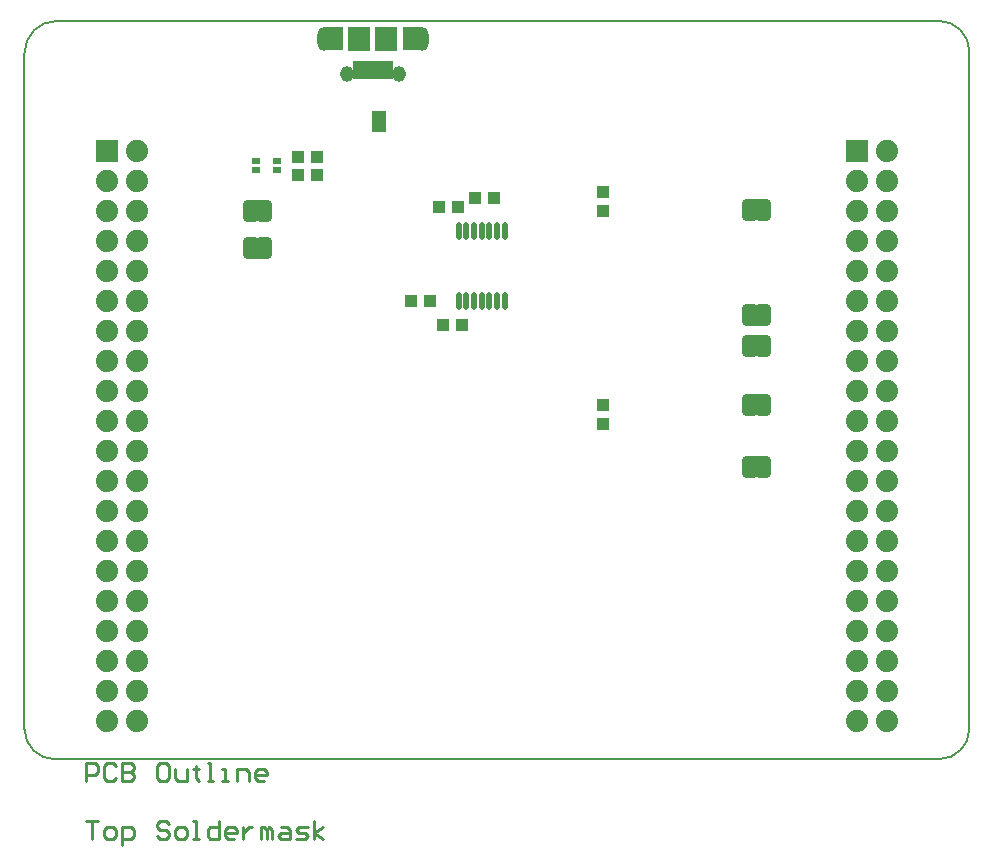
<source format=gts>
G04*
G04 #@! TF.GenerationSoftware,Altium Limited,Altium Designer,25.8.1 (18)*
G04*
G04 Layer_Color=8388736*
%FSLAX24Y24*%
%MOIN*%
G70*
G04*
G04 #@! TF.SameCoordinates,09999318-E88C-4F9F-A6D3-71EC491E3F06*
G04*
G04*
G04 #@! TF.FilePolarity,Negative*
G04*
G01*
G75*
%ADD15C,0.0079*%
%ADD16C,0.0100*%
%ADD17C,0.0050*%
%ADD25R,0.0434X0.0394*%
%ADD26R,0.0394X0.0434*%
%ADD27R,0.0296X0.0217*%
%ADD28R,0.0197X0.0572*%
%ADD29R,0.0749X0.0788*%
G04:AMPARAMS|DCode=30|XSize=70.9mil|YSize=55.1mil|CornerRadius=13.4mil|HoleSize=0mil|Usage=FLASHONLY|Rotation=270.000|XOffset=0mil|YOffset=0mil|HoleType=Round|Shape=RoundedRectangle|*
%AMROUNDEDRECTD30*
21,1,0.0709,0.0283,0,0,270.0*
21,1,0.0441,0.0551,0,0,270.0*
1,1,0.0268,-0.0142,-0.0220*
1,1,0.0268,-0.0142,0.0220*
1,1,0.0268,0.0142,0.0220*
1,1,0.0268,0.0142,-0.0220*
%
%ADD30ROUNDEDRECTD30*%
%ADD31O,0.0217X0.0591*%
%ADD32R,0.0119X0.0306*%
%ADD33C,0.0740*%
%ADD34R,0.0740X0.0740*%
G04:AMPARAMS|DCode=35|XSize=43.4mil|YSize=78.8mil|CornerRadius=21.7mil|HoleSize=0mil|Usage=FLASHONLY|Rotation=180.000|XOffset=0mil|YOffset=0mil|HoleType=Round|Shape=RoundedRectangle|*
%AMROUNDEDRECTD35*
21,1,0.0434,0.0354,0,0,180.0*
21,1,0.0000,0.0788,0,0,180.0*
1,1,0.0434,0.0000,0.0177*
1,1,0.0434,0.0000,0.0177*
1,1,0.0434,0.0000,-0.0177*
1,1,0.0434,0.0000,-0.0177*
%
%ADD35ROUNDEDRECTD35*%
G04:AMPARAMS|DCode=36|XSize=45.3mil|YSize=53.2mil|CornerRadius=22.7mil|HoleSize=0mil|Usage=FLASHONLY|Rotation=180.000|XOffset=0mil|YOffset=0mil|HoleType=Round|Shape=RoundedRectangle|*
%AMROUNDEDRECTD36*
21,1,0.0453,0.0079,0,0,180.0*
21,1,0.0000,0.0532,0,0,180.0*
1,1,0.0453,0.0000,0.0039*
1,1,0.0453,0.0000,0.0039*
1,1,0.0453,0.0000,-0.0039*
1,1,0.0453,0.0000,-0.0039*
%
%ADD36ROUNDEDRECTD36*%
G36*
X13262Y24409D02*
X13266Y24408D01*
X13269Y24406D01*
X13272Y24404D01*
X13275Y24401D01*
X13276Y24397D01*
X13278Y24394D01*
X13278Y24390D01*
Y23642D01*
X13278Y23638D01*
X13276Y23634D01*
X13275Y23631D01*
X13272Y23628D01*
X13269Y23625D01*
X13266Y23623D01*
X13262Y23622D01*
X13258Y23622D01*
X12638D01*
X12634Y23622D01*
X12630Y23623D01*
X12627Y23625D01*
X12624Y23628D01*
X12621Y23631D01*
X12619Y23634D01*
X12618Y23638D01*
X12618Y23642D01*
Y24390D01*
X12618Y24394D01*
X12619Y24397D01*
X12621Y24401D01*
X12624Y24404D01*
X12627Y24406D01*
X12630Y24408D01*
X12634Y24409D01*
X12638Y24410D01*
X13258D01*
X13262Y24409D01*
D02*
G37*
G36*
X10594D02*
X10598Y24408D01*
X10602Y24406D01*
X10605Y24404D01*
X10607Y24401D01*
X10609Y24397D01*
X10610Y24394D01*
X10611Y24390D01*
Y23642D01*
X10610Y23638D01*
X10609Y23634D01*
X10607Y23631D01*
X10605Y23628D01*
X10602Y23625D01*
X10598Y23623D01*
X10594Y23622D01*
X10591Y23622D01*
X9970D01*
X9967Y23622D01*
X9963Y23623D01*
X9959Y23625D01*
X9956Y23628D01*
X9954Y23631D01*
X9952Y23634D01*
X9951Y23638D01*
X9950Y23642D01*
Y24390D01*
X9951Y24394D01*
X9952Y24397D01*
X9954Y24401D01*
X9956Y24404D01*
X9959Y24406D01*
X9963Y24408D01*
X9967Y24409D01*
X9970Y24410D01*
X10591D01*
X10594Y24409D01*
D02*
G37*
G36*
X12283Y22657D02*
X10945D01*
Y23268D01*
X12283D01*
Y22657D01*
D02*
G37*
G36*
X12047Y20913D02*
X11575D01*
Y21606D01*
X12047D01*
Y20913D01*
D02*
G37*
D15*
X24213Y15108D02*
X24606D01*
X24213Y14478D02*
X24606D01*
X7579Y17973D02*
X7972D01*
X7579Y18603D02*
X7972D01*
X7579Y16713D02*
X7972D01*
X7579Y17343D02*
X7972D01*
X24213Y10059D02*
X24606D01*
X24213Y9429D02*
X24606D01*
X24213Y12126D02*
X24606D01*
X24213Y11496D02*
X24606D01*
X24213Y14094D02*
X24606D01*
X24213Y13465D02*
X24606D01*
X24213Y18622D02*
X24606D01*
X24213Y17992D02*
X24606D01*
D16*
X2069Y-2069D02*
X2462D01*
X2265D01*
Y-2659D01*
X2757D02*
X2954D01*
X3052Y-2560D01*
Y-2364D01*
X2954Y-2265D01*
X2757D01*
X2659Y-2364D01*
Y-2560D01*
X2757Y-2659D01*
X3249Y-2856D02*
Y-2265D01*
X3544D01*
X3643Y-2364D01*
Y-2560D01*
X3544Y-2659D01*
X3249D01*
X4824Y-2167D02*
X4725Y-2069D01*
X4528D01*
X4430Y-2167D01*
Y-2265D01*
X4528Y-2364D01*
X4725D01*
X4824Y-2462D01*
Y-2560D01*
X4725Y-2659D01*
X4528D01*
X4430Y-2560D01*
X5119Y-2659D02*
X5315D01*
X5414Y-2560D01*
Y-2364D01*
X5315Y-2265D01*
X5119D01*
X5020Y-2364D01*
Y-2560D01*
X5119Y-2659D01*
X5611D02*
X5807D01*
X5709D01*
Y-2069D01*
X5611D01*
X6496D02*
Y-2659D01*
X6201D01*
X6103Y-2560D01*
Y-2364D01*
X6201Y-2265D01*
X6496D01*
X6988Y-2659D02*
X6791D01*
X6693Y-2560D01*
Y-2364D01*
X6791Y-2265D01*
X6988D01*
X7087Y-2364D01*
Y-2462D01*
X6693D01*
X7283Y-2265D02*
Y-2659D01*
Y-2462D01*
X7382Y-2364D01*
X7480Y-2265D01*
X7579D01*
X7874Y-2659D02*
Y-2265D01*
X7972D01*
X8070Y-2364D01*
Y-2659D01*
Y-2364D01*
X8169Y-2265D01*
X8267Y-2364D01*
Y-2659D01*
X8562Y-2265D02*
X8759D01*
X8858Y-2364D01*
Y-2659D01*
X8562D01*
X8464Y-2560D01*
X8562Y-2462D01*
X8858D01*
X9054Y-2659D02*
X9350D01*
X9448Y-2560D01*
X9350Y-2462D01*
X9153D01*
X9054Y-2364D01*
X9153Y-2265D01*
X9448D01*
X9645Y-2659D02*
Y-2069D01*
Y-2462D02*
X9940Y-2265D01*
X9645Y-2462D02*
X9940Y-2659D01*
X2069Y-730D02*
Y-139D01*
X2364D01*
X2462Y-238D01*
Y-435D01*
X2364Y-533D01*
X2069D01*
X3052Y-238D02*
X2954Y-139D01*
X2757D01*
X2659Y-238D01*
Y-631D01*
X2757Y-730D01*
X2954D01*
X3052Y-631D01*
X3249Y-139D02*
Y-730D01*
X3544D01*
X3643Y-631D01*
Y-533D01*
X3544Y-435D01*
X3249D01*
X3544D01*
X3643Y-336D01*
Y-238D01*
X3544Y-139D01*
X3249D01*
X4725D02*
X4528D01*
X4430Y-238D01*
Y-631D01*
X4528Y-730D01*
X4725D01*
X4824Y-631D01*
Y-238D01*
X4725Y-139D01*
X5020Y-336D02*
Y-631D01*
X5119Y-730D01*
X5414D01*
Y-336D01*
X5709Y-238D02*
Y-336D01*
X5611D01*
X5807D01*
X5709D01*
Y-631D01*
X5807Y-730D01*
X6103D02*
X6299D01*
X6201D01*
Y-139D01*
X6103D01*
X6595Y-730D02*
X6791D01*
X6693D01*
Y-336D01*
X6595D01*
X7087Y-730D02*
Y-336D01*
X7382D01*
X7480Y-435D01*
Y-730D01*
X7972D02*
X7775D01*
X7677Y-631D01*
Y-435D01*
X7775Y-336D01*
X7972D01*
X8070Y-435D01*
Y-533D01*
X7677D01*
D17*
X1072Y24606D02*
G03*
X0Y23534I0J-1072D01*
G01*
X31496Y23599D02*
G03*
X30489Y24606I-1007J0D01*
G01*
X30489Y0D02*
G03*
X31496Y1007I0J1007D01*
G01*
X0D02*
G03*
X1007Y0I1007J0D01*
G01*
X0Y1181D02*
Y23534D01*
X1072Y24606D02*
X30489D01*
X31496Y1007D02*
Y23599D01*
X1007Y0D02*
X30489D01*
X0Y1007D02*
Y1181D01*
D25*
X19291Y11181D02*
D03*
Y11811D02*
D03*
Y18898D02*
D03*
Y18268D02*
D03*
D26*
X9764Y20079D02*
D03*
X9134D02*
D03*
X9764Y19488D02*
D03*
X9134D02*
D03*
X14443Y18406D02*
D03*
X13813D02*
D03*
X12874Y15256D02*
D03*
X13504D02*
D03*
X14587Y14468D02*
D03*
X13957D02*
D03*
X15027Y18701D02*
D03*
X15657D02*
D03*
D27*
X8406Y19626D02*
D03*
Y19941D02*
D03*
X7736Y19626D02*
D03*
Y19941D02*
D03*
D28*
X12126Y22963D02*
D03*
X11870D02*
D03*
X11614D02*
D03*
X11358D02*
D03*
X11102D02*
D03*
D29*
X12067Y24016D02*
D03*
X11161D02*
D03*
D30*
X24636Y14793D02*
D03*
X24183D02*
D03*
X7549Y18288D02*
D03*
X8002D02*
D03*
X7549Y17028D02*
D03*
X8002D02*
D03*
X24636Y9744D02*
D03*
X24183D02*
D03*
X24636Y11811D02*
D03*
X24183D02*
D03*
X24636Y13780D02*
D03*
X24183D02*
D03*
X24636Y18307D02*
D03*
X24183D02*
D03*
D31*
X16011Y17598D02*
D03*
X15755D02*
D03*
X15499D02*
D03*
X15243D02*
D03*
X14987D02*
D03*
X14731D02*
D03*
X14476D02*
D03*
X16011Y15276D02*
D03*
X15755D02*
D03*
X15499D02*
D03*
X15243D02*
D03*
X14987D02*
D03*
X14731D02*
D03*
X14476D02*
D03*
D32*
X11654Y21088D02*
D03*
X11811D02*
D03*
X11968D02*
D03*
X11654Y21432D02*
D03*
X11811D02*
D03*
X11968D02*
D03*
D33*
X28755Y20288D02*
D03*
Y19288D02*
D03*
Y18288D02*
D03*
Y17288D02*
D03*
Y16288D02*
D03*
Y15288D02*
D03*
Y14288D02*
D03*
Y13288D02*
D03*
Y12288D02*
D03*
Y11288D02*
D03*
Y10288D02*
D03*
Y9288D02*
D03*
Y8288D02*
D03*
Y7288D02*
D03*
Y6288D02*
D03*
Y5288D02*
D03*
Y4288D02*
D03*
Y3288D02*
D03*
Y2288D02*
D03*
Y1288D02*
D03*
X27755D02*
D03*
Y19288D02*
D03*
Y18288D02*
D03*
Y17288D02*
D03*
Y16288D02*
D03*
Y15288D02*
D03*
Y14288D02*
D03*
Y13288D02*
D03*
Y12288D02*
D03*
Y11288D02*
D03*
Y10288D02*
D03*
Y9288D02*
D03*
Y8288D02*
D03*
Y7288D02*
D03*
Y6288D02*
D03*
Y5288D02*
D03*
Y4288D02*
D03*
Y3288D02*
D03*
Y2288D02*
D03*
X3755Y20288D02*
D03*
Y19288D02*
D03*
Y18288D02*
D03*
Y17288D02*
D03*
Y16288D02*
D03*
Y15288D02*
D03*
Y14288D02*
D03*
Y13288D02*
D03*
Y12288D02*
D03*
Y11288D02*
D03*
Y10288D02*
D03*
Y9288D02*
D03*
Y8288D02*
D03*
Y7288D02*
D03*
Y6288D02*
D03*
Y5288D02*
D03*
Y4288D02*
D03*
Y3288D02*
D03*
Y2288D02*
D03*
Y1288D02*
D03*
X2755D02*
D03*
Y19288D02*
D03*
Y18288D02*
D03*
Y17288D02*
D03*
Y16288D02*
D03*
Y15288D02*
D03*
Y14288D02*
D03*
Y13288D02*
D03*
Y12288D02*
D03*
Y11288D02*
D03*
Y10288D02*
D03*
Y9288D02*
D03*
Y8288D02*
D03*
Y7288D02*
D03*
Y6288D02*
D03*
Y5288D02*
D03*
Y4288D02*
D03*
Y3288D02*
D03*
Y2288D02*
D03*
D34*
X27755Y20288D02*
D03*
X2755D02*
D03*
D35*
X9970Y24016D02*
D03*
X13258D02*
D03*
D36*
X10738Y22835D02*
D03*
X12490D02*
D03*
M02*

</source>
